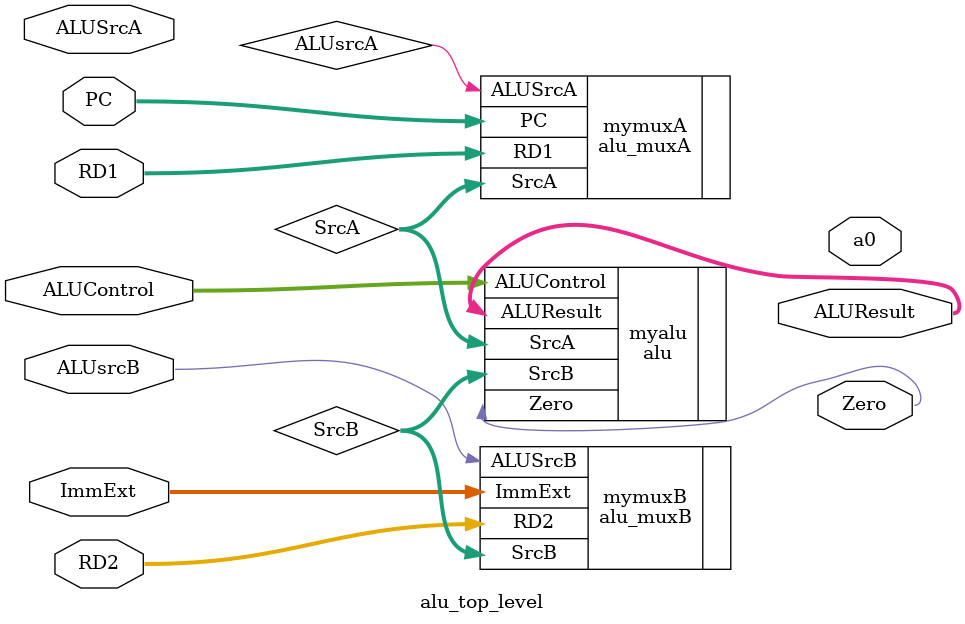
<source format=sv>
module alu_top_level(
    input logic [31:0] ImmExt,
    input logic ALUsrcB,
    input logic [2:0] ALUControl,
    input logic [31:0] PC,
    input logic ALUSrcA,
    output logic [31:0] ALUResult, 
    input logic [31:0] RD2, 
    input logic [31:0] RD1,
    output logic Zero,
    output logic [31:0] a0
);

    logic [31:0] SrcA;
    logic [31:0] SrcB;

    alu_muxA mymuxA(
        .RD1(RD1),
        .PC(PC),
        .ALUSrcA(ALUsrcA),
        .SrcA(SrcA)
    );

    alu_muxB mymuxB(
        .RD2(RD2),
        .ImmExt(ImmExt),
        .ALUSrcB(ALUsrcB),
        .SrcB(SrcB)
    );

    alu myalu(
        .SrcA(SrcA),
        .SrcB(SrcB),
        .ALUControl(ALUControl),
        .ALUResult(ALUResult),
        .Zero(Zero)
    );

endmodule
</source>
